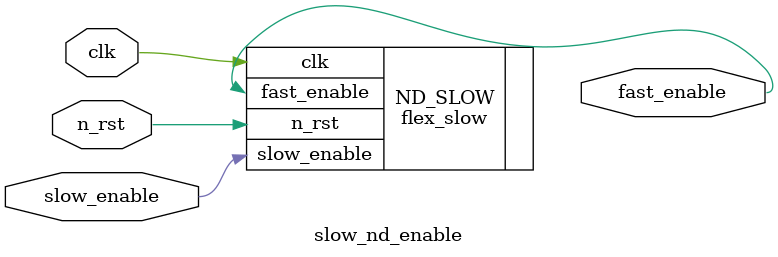
<source format=sv>

module slow_nd_enable(
		       input wire clk,
		       input wire n_rst,
		       input wire slow_enable,
		       output reg fast_enable
		       );

   flex_slow ND_SLOW(.clk(clk), .n_rst(n_rst), .slow_enable(slow_enable), .fast_enable(fast_enable));

endmodule    

</source>
